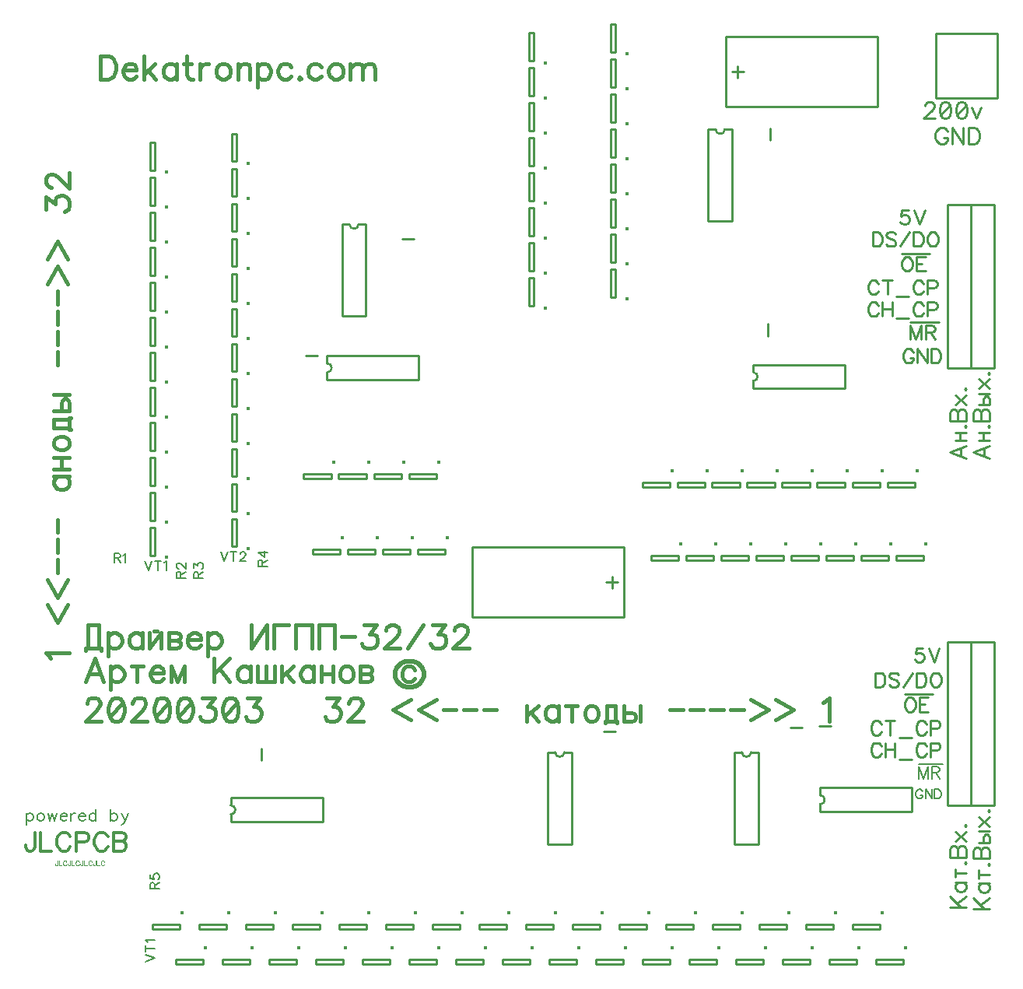
<source format=gbr>
G04 DipTrace 2.4.0.2*
%INTopMark.gbr*%
%MOMM*%
%ADD10C,0.25*%
%ADD12C,0.076*%
%ADD14C,0.5*%
%ADD23O,0.392X0.391*%
%ADD66C,0.196*%
%ADD67C,0.275*%
%ADD68C,0.235*%
%ADD69C,0.157*%
%ADD70C,0.314*%
%FSLAX53Y53*%
G04*
G71*
G90*
G75*
G01*
%LNTopSilk*%
%LPD*%
X66356Y46987D2*
D10*
Y45723D1*
X66997Y46355D2*
X65714D1*
X67637Y42545D2*
X51108D1*
Y50165D2*
Y42545D1*
X67637Y50165D2*
X51108D1*
X67637D2*
Y42545D1*
X80012Y101285D2*
Y102550D1*
X79370Y101918D2*
X80653D1*
X78731Y105728D2*
X95259D1*
Y98108D2*
Y105728D1*
X78731Y98108D2*
X95259D1*
X78731D2*
Y105728D1*
X34304Y71027D2*
X33006D1*
X83278Y74468D2*
Y73169D1*
X83566Y94444D2*
Y95743D1*
X44782Y83727D2*
X43483D1*
X85710Y30573D2*
X87010D1*
X28197Y28272D2*
Y26973D1*
X88888Y30734D2*
X90187D1*
X65391Y30097D2*
X66689D1*
X76805Y95645D2*
Y85645D1*
X79405Y95645D2*
Y85645D1*
X76805D2*
X79405D1*
X76805Y95645D2*
X77605D1*
X78605D2*
X79405D1*
X77605D2*
G03X78605Y95645I500J0D01*
G01*
X36960Y85327D2*
Y75328D1*
X39560Y85327D2*
Y75328D1*
X36960D2*
X39560D1*
X36960Y85327D2*
X37760D1*
X38760D2*
X39560D1*
X37760D2*
G03X38760Y85327I500J0D01*
G01*
X35323Y68392D2*
X45322D1*
X35323Y70993D2*
X45322D1*
Y68392D2*
Y70993D1*
X35323Y68392D2*
Y69192D1*
Y70193D2*
Y70993D1*
Y69192D2*
G03X35323Y70193I0J500D01*
G01*
X81678Y67440D2*
X91677D1*
X81678Y70040D2*
X91677D1*
Y67440D2*
Y70040D1*
X81678Y67440D2*
Y68240D1*
Y69240D2*
Y70040D1*
Y68240D2*
G03X81678Y69240I0J500D01*
G01*
X24847Y20290D2*
X34846D1*
X24847Y22890D2*
X34846D1*
Y20290D2*
Y22890D1*
X24847Y20290D2*
Y21090D1*
Y22090D2*
Y22890D1*
Y21090D2*
G03X24847Y22090I0J500D01*
G01*
X59344Y27860D2*
Y17860D1*
X61944Y27860D2*
Y17860D1*
X59344D2*
X61944D1*
X59344Y27860D2*
X60144D1*
X61144D2*
X61944D1*
X60144D2*
G03X61144Y27860I500J0D01*
G01*
X79664D2*
Y17860D1*
X82264Y27860D2*
Y17860D1*
X79664D2*
X82264D1*
X79664Y27860D2*
X80463D1*
X81464D2*
X82264D1*
X80463D2*
G03X81464Y27860I500J0D01*
G01*
X88980Y21402D2*
X98980D1*
X88980Y24003D2*
X98980D1*
Y21402D2*
Y24003D1*
X88980Y21402D2*
Y22202D1*
Y23203D2*
Y24003D1*
Y22202D2*
G03X88980Y23203I0J500D01*
G01*
D23*
X59103Y102889D3*
X57830Y103123D2*
D10*
Y106123D1*
X57330D1*
Y103123D1*
X57830D1*
D23*
X59103Y99079D3*
X57830Y99313D2*
D10*
Y102313D1*
X57330D1*
Y99313D1*
X57830D1*
D23*
X59103Y95269D3*
X57830Y95503D2*
D10*
Y98503D1*
X57330D1*
Y95503D1*
X57830D1*
D23*
X59103Y91459D3*
X57830Y91693D2*
D10*
Y94693D1*
X57330D1*
Y91693D1*
X57830D1*
D23*
X59103Y87649D3*
X57830Y87883D2*
D10*
Y90883D1*
X57330D1*
Y87883D1*
X57830D1*
D23*
X59103Y83839D3*
X57830Y84073D2*
D10*
Y87073D1*
X57330D1*
Y84073D1*
X57830D1*
D23*
X59103Y80029D3*
X57830Y80263D2*
D10*
Y83263D1*
X57330D1*
Y80263D1*
X57830D1*
D23*
X59101Y76222D3*
X57827Y76455D2*
D10*
Y79455D1*
X57327D1*
Y76455D1*
X57827D1*
D23*
X17836Y90974D3*
X16563Y91208D2*
D10*
Y94207D1*
X16062D1*
Y91208D1*
X16563D1*
D23*
X17836Y87164D3*
X16563Y87398D2*
D10*
Y90397D1*
X16062D1*
Y87398D1*
X16563D1*
D23*
X17836Y83354D3*
X16563Y83588D2*
D10*
Y86587D1*
X16062D1*
Y83588D1*
X16563D1*
D23*
X17836Y79544D3*
X16563Y79778D2*
D10*
Y82777D1*
X16062D1*
Y79778D1*
X16563D1*
D23*
X17836Y75734D3*
X16563Y75968D2*
D10*
Y78968D1*
X16062D1*
Y75968D1*
X16563D1*
D23*
X17836Y71924D3*
X16563Y72158D2*
D10*
Y75157D1*
X16062D1*
Y72158D1*
X16563D1*
D23*
X17836Y68114D3*
X16563Y68348D2*
D10*
Y71347D1*
X16062D1*
Y68348D1*
X16563D1*
D23*
X17836Y64304D3*
X16563Y64538D2*
D10*
Y67538D1*
X16062D1*
Y64538D1*
X16563D1*
D23*
X17836Y60494D3*
X16563Y60728D2*
D10*
Y63727D1*
X16062D1*
Y60728D1*
X16563D1*
D23*
X17836Y56684D3*
X16563Y56918D2*
D10*
Y59917D1*
X16062D1*
Y56918D1*
X16563D1*
D23*
X17836Y52874D3*
X16563Y53108D2*
D10*
Y56107D1*
X16062D1*
Y53108D1*
X16563D1*
D23*
X17836Y49064D3*
X16563Y49298D2*
D10*
Y52297D1*
X16062D1*
Y49298D1*
X16563D1*
D23*
X36979Y51174D3*
X36745Y49900D2*
D10*
X33745D1*
Y49400D1*
X36745D1*
Y49900D1*
D23*
X40789Y51174D3*
X40555Y49900D2*
D10*
X37555D1*
Y49400D1*
X40555D1*
Y49900D1*
D23*
X44599Y51174D3*
X44365Y49900D2*
D10*
X41365D1*
Y49400D1*
X44365D1*
Y49900D1*
D23*
X48409Y51174D3*
X48175Y49900D2*
D10*
X45175D1*
Y49400D1*
X48175D1*
Y49900D1*
D23*
X73809Y50539D3*
X73575Y49265D2*
D10*
X70575D1*
Y48765D1*
X73575D1*
Y49265D1*
D23*
X77619Y50539D3*
X77385Y49265D2*
D10*
X74385D1*
Y48765D1*
X77385D1*
Y49265D1*
D23*
X81429Y50539D3*
X81195Y49265D2*
D10*
X78195D1*
Y48765D1*
X81195D1*
Y49265D1*
D23*
X85239Y50539D3*
X85005Y49265D2*
D10*
X82005D1*
Y48765D1*
X85005D1*
Y49265D1*
D23*
X89049Y50539D3*
X88815Y49265D2*
D10*
X85815D1*
Y48765D1*
X88815D1*
Y49265D1*
D23*
X92859Y50539D3*
X92625Y49265D2*
D10*
X89625D1*
Y48765D1*
X92625D1*
Y49265D1*
D23*
X96669Y50539D3*
X96435Y49265D2*
D10*
X93435D1*
Y48765D1*
X96435D1*
Y49265D1*
D23*
X100479Y50539D3*
X100245Y49265D2*
D10*
X97245D1*
Y48765D1*
X100245D1*
Y49265D1*
D23*
X67993Y103842D3*
X66720Y104075D2*
D10*
Y107075D1*
X66220D1*
Y104075D1*
X66720D1*
D23*
X67993Y100032D3*
X66720Y100265D2*
D10*
Y103265D1*
X66220D1*
Y100265D1*
X66720D1*
D23*
X67993Y96222D3*
X66720Y96455D2*
D10*
Y99455D1*
X66220D1*
Y96455D1*
X66720D1*
D23*
X67993Y92412D3*
X66720Y92645D2*
D10*
Y95645D1*
X66220D1*
Y92645D1*
X66720D1*
D23*
X67993Y88602D3*
X66720Y88835D2*
D10*
Y91835D1*
X66220D1*
Y88835D1*
X66720D1*
D23*
X67993Y84792D3*
X66720Y85025D2*
D10*
Y88025D1*
X66220D1*
Y85025D1*
X66720D1*
D23*
X67993Y80982D3*
X66720Y81215D2*
D10*
Y84215D1*
X66220D1*
Y81215D1*
X66720D1*
D23*
X67991Y77174D3*
X66717Y77408D2*
D10*
Y80408D1*
X66217D1*
Y77408D1*
X66717D1*
D23*
X26726Y91926D3*
X25453Y92160D2*
D10*
Y95160D1*
X24952D1*
Y92160D1*
X25453D1*
D23*
X26726Y88116D3*
X25453Y88350D2*
D10*
Y91350D1*
X24952D1*
Y88350D1*
X25453D1*
D23*
X26726Y84306D3*
X25453Y84540D2*
D10*
Y87540D1*
X24952D1*
Y84540D1*
X25453D1*
D23*
X26726Y80496D3*
X25453Y80730D2*
D10*
Y83730D1*
X24952D1*
Y80730D1*
X25453D1*
D23*
X26726Y76686D3*
X25453Y76920D2*
D10*
Y79920D1*
X24952D1*
Y76920D1*
X25453D1*
D23*
X26726Y72876D3*
X25453Y73110D2*
D10*
Y76110D1*
X24952D1*
Y73110D1*
X25453D1*
D23*
X26726Y69066D3*
X25453Y69300D2*
D10*
Y72300D1*
X24952D1*
Y69300D1*
X25453D1*
D23*
X26726Y65256D3*
X25453Y65490D2*
D10*
Y68490D1*
X24952D1*
Y65490D1*
X25453D1*
D23*
X26726Y61446D3*
X25453Y61680D2*
D10*
Y64680D1*
X24952D1*
Y61680D1*
X25453D1*
D23*
X26726Y57636D3*
X25453Y57870D2*
D10*
Y60870D1*
X24952D1*
Y57870D1*
X25453D1*
D23*
X26726Y53826D3*
X25453Y54060D2*
D10*
Y57060D1*
X24952D1*
Y54060D1*
X25453D1*
D23*
X26726Y50016D3*
X25453Y50250D2*
D10*
Y53250D1*
X24952D1*
Y50250D1*
X25453D1*
D23*
X36026Y59429D3*
X35792Y58155D2*
D10*
X32792D1*
Y57655D1*
X35792D1*
Y58155D1*
D23*
X39836Y59429D3*
X39602Y58155D2*
D10*
X36602D1*
Y57655D1*
X39602D1*
Y58155D1*
D23*
X43646Y59429D3*
X43412Y58155D2*
D10*
X40413D1*
Y57655D1*
X43412D1*
Y58155D1*
D23*
X47456Y59429D3*
X47222Y58155D2*
D10*
X44223D1*
Y57655D1*
X47222D1*
Y58155D1*
D23*
X72856Y58476D3*
X72622Y57203D2*
D10*
X69623D1*
Y56702D1*
X72622D1*
Y57203D1*
D23*
X76666Y58476D3*
X76432Y57203D2*
D10*
X73433D1*
Y56702D1*
X76432D1*
Y57203D1*
D23*
X80476Y58476D3*
X80242Y57203D2*
D10*
X77242D1*
Y56702D1*
X80242D1*
Y57203D1*
D23*
X84286Y58476D3*
X84052Y57203D2*
D10*
X81052D1*
Y56702D1*
X84052D1*
Y57203D1*
D23*
X88096Y58476D3*
X87862Y57203D2*
D10*
X84862D1*
Y56702D1*
X87862D1*
Y57203D1*
D23*
X91906Y58476D3*
X91672Y57203D2*
D10*
X88672D1*
Y56702D1*
X91672D1*
Y57203D1*
D23*
X95716Y58476D3*
X95482Y57203D2*
D10*
X92483D1*
Y56702D1*
X95482D1*
Y57203D1*
D23*
X99526Y58476D3*
X99292Y57203D2*
D10*
X96293D1*
Y56702D1*
X99292D1*
Y57203D1*
D23*
X37297Y6564D3*
X37064Y5290D2*
D10*
X34064D1*
Y4790D1*
X37064D1*
Y5290D1*
D23*
X34757Y10374D3*
X34524Y9100D2*
D10*
X31524D1*
Y8600D1*
X34524D1*
Y9100D1*
D23*
X32217Y6564D3*
X31984Y5290D2*
D10*
X28984D1*
Y4790D1*
X31984D1*
Y5290D1*
D23*
X29677Y10374D3*
X29444Y9100D2*
D10*
X26444D1*
Y8600D1*
X29444D1*
Y9100D1*
D23*
X27137Y6564D3*
X26904Y5290D2*
D10*
X23904D1*
Y4790D1*
X26904D1*
Y5290D1*
D23*
X24597Y10374D3*
X24364Y9100D2*
D10*
X21364D1*
Y8600D1*
X24364D1*
Y9100D1*
D23*
X22057Y6564D3*
X21824Y5290D2*
D10*
X18824D1*
Y4790D1*
X21824D1*
Y5290D1*
D23*
X19517Y10374D3*
X19284Y9100D2*
D10*
X16284D1*
Y8600D1*
X19284D1*
Y9100D1*
D23*
X57617Y6564D3*
X57384Y5290D2*
D10*
X54384D1*
Y4790D1*
X57384D1*
Y5290D1*
D23*
X55077Y10374D3*
X54844Y9100D2*
D10*
X51844D1*
Y8600D1*
X54844D1*
Y9100D1*
D23*
X52537Y6564D3*
X52304Y5290D2*
D10*
X49304D1*
Y4790D1*
X52304D1*
Y5290D1*
D23*
X49997Y10374D3*
X49764Y9100D2*
D10*
X46764D1*
Y8600D1*
X49764D1*
Y9100D1*
D23*
X47457Y6564D3*
X47224Y5290D2*
D10*
X44224D1*
Y4790D1*
X47224D1*
Y5290D1*
D23*
X44917Y10374D3*
X44684Y9100D2*
D10*
X41684D1*
Y8600D1*
X44684D1*
Y9100D1*
D23*
X42377Y6564D3*
X42144Y5290D2*
D10*
X39144D1*
Y4790D1*
X42144D1*
Y5290D1*
D23*
X39837Y10374D3*
X39604Y9100D2*
D10*
X36604D1*
Y8600D1*
X39604D1*
Y9100D1*
D23*
X77937Y6564D3*
X77704Y5290D2*
D10*
X74704D1*
Y4790D1*
X77704D1*
Y5290D1*
D23*
X75397Y10374D3*
X75164Y9100D2*
D10*
X72164D1*
Y8600D1*
X75164D1*
Y9100D1*
D23*
X72857Y6564D3*
X72624Y5290D2*
D10*
X69624D1*
Y4790D1*
X72624D1*
Y5290D1*
D23*
X70317Y10374D3*
X70084Y9100D2*
D10*
X67084D1*
Y8600D1*
X70084D1*
Y9100D1*
D23*
X67777Y6564D3*
X67544Y5290D2*
D10*
X64544D1*
Y4790D1*
X67544D1*
Y5290D1*
D23*
X65237Y10374D3*
X65004Y9100D2*
D10*
X62004D1*
Y8600D1*
X65004D1*
Y9100D1*
D23*
X62697Y6564D3*
X62464Y5290D2*
D10*
X59464D1*
Y4790D1*
X62464D1*
Y5290D1*
D23*
X60157Y10374D3*
X59924Y9100D2*
D10*
X56924D1*
Y8600D1*
X59924D1*
Y9100D1*
D23*
X98258Y6564D3*
X98024Y5290D2*
D10*
X95024D1*
Y4790D1*
X98024D1*
Y5290D1*
D23*
X95717Y10374D3*
X95484Y9100D2*
D10*
X92484D1*
Y8600D1*
X95484D1*
Y9100D1*
D23*
X93177Y6564D3*
X92944Y5290D2*
D10*
X89944D1*
Y4790D1*
X92944D1*
Y5290D1*
D23*
X90637Y10374D3*
X90404Y9100D2*
D10*
X87404D1*
Y8600D1*
X90404D1*
Y9100D1*
D23*
X88097Y6564D3*
X87864Y5290D2*
D10*
X84864D1*
Y4790D1*
X87864D1*
Y5290D1*
D23*
X85557Y10374D3*
X85324Y9100D2*
D10*
X82324D1*
Y8600D1*
X85324D1*
Y9100D1*
D23*
X83017Y6564D3*
X82784Y5290D2*
D10*
X79784D1*
Y4790D1*
X82784D1*
Y5290D1*
D23*
X80477Y10374D3*
X80244Y9100D2*
D10*
X77244D1*
Y8600D1*
X80244D1*
Y9100D1*
X108268Y106034D2*
X101600D1*
Y99049D1*
X108268D1*
Y106034D1*
X105410Y87471D2*
X102870D1*
Y69691D1*
X105410D1*
Y87471D1*
X107950D2*
X105410D1*
Y69691D1*
X107950D1*
Y87471D1*
Y39846D2*
X105410D1*
Y22066D1*
X107950D1*
Y39846D1*
X105410D2*
X102870D1*
Y22066D1*
X105410D1*
Y39846D1*
X42704Y36354D2*
D14*
X42708Y36453D1*
X42719Y36553D1*
X42738Y36651D1*
X42765Y36748D1*
X42800Y36842D1*
X42841Y36935D1*
X42890Y37025D1*
X42945Y37111D1*
X43007Y37194D1*
X43075Y37272D1*
X43149Y37346D1*
X43229Y37416D1*
X43314Y37480D1*
X43404Y37538D1*
X43498Y37591D1*
X43595Y37638D1*
X43697Y37678D1*
X43801Y37713D1*
X43907Y37740D1*
X44016Y37761D1*
X44125Y37775D1*
X44236Y37782D1*
X44347D1*
X44457Y37775D1*
X44567Y37761D1*
X44675Y37740D1*
X44782Y37713D1*
X44886Y37678D1*
X44987Y37638D1*
X45085Y37591D1*
X45179Y37538D1*
X45269Y37480D1*
X45353Y37416D1*
X45433Y37346D1*
X45507Y37272D1*
X45576Y37194D1*
X45638Y37111D1*
X45693Y37025D1*
X45741Y36935D1*
X45783Y36842D1*
X45817Y36748D1*
X45844Y36651D1*
X45863Y36553D1*
X45875Y36453D1*
X45879Y36354D1*
X45875Y36254D1*
X45863Y36155D1*
X45844Y36057D1*
X45817Y35960D1*
X45783Y35865D1*
X45741Y35773D1*
X45693Y35683D1*
X45638Y35597D1*
X45576Y35514D1*
X45507Y35435D1*
X45433Y35361D1*
X45353Y35292D1*
X45269Y35228D1*
X45179Y35169D1*
X45085Y35116D1*
X44987Y35070D1*
X44886Y35029D1*
X44782Y34995D1*
X44675Y34967D1*
X44567Y34947D1*
X44457Y34933D1*
X44347Y34926D1*
X44236D1*
X44125Y34933D1*
X44016Y34947D1*
X43907Y34967D1*
X43801Y34995D1*
X43697Y35029D1*
X43595Y35070D1*
X43498Y35116D1*
X43404Y35169D1*
X43314Y35228D1*
X43229Y35292D1*
X43149Y35361D1*
X43075Y35435D1*
X43007Y35514D1*
X42945Y35597D1*
X42890Y35683D1*
X42841Y35773D1*
X42800Y35865D1*
X42765Y35960D1*
X42738Y36057D1*
X42719Y36155D1*
X42708Y36254D1*
X42704Y36354D1*
X9301Y41721D2*
D23*
Y39169D1*
X10498Y41721D2*
Y39169D1*
X9301Y41721D2*
X10498D1*
X9049Y39169D2*
X10750D1*
X9049D2*
Y38916D1*
X10750Y39169D2*
Y38916D1*
X11535Y40870D2*
Y38318D1*
Y40505D2*
X11776Y40747D1*
X12020Y40870D1*
X12385D1*
X12627Y40747D1*
X12871Y40505D1*
X12992Y40140D1*
Y39896D1*
X12871Y39534D1*
X12627Y39289D1*
X12385Y39169D1*
X12020D1*
X11776Y39289D1*
X11535Y39534D1*
X15233Y40870D2*
Y39169D1*
Y40505D2*
X14992Y40749D1*
X14747Y40870D1*
X14385D1*
X14141Y40749D1*
X13900Y40505D1*
X13776Y40140D1*
Y39899D1*
X13900Y39534D1*
X14141Y39292D1*
X14385Y39169D1*
X14747D1*
X14992Y39292D1*
X15233Y39534D1*
X16837Y41050D2*
X16458D1*
X16018Y40870D2*
Y39169D1*
X17292Y40870D2*
Y39169D1*
Y40870D2*
X16018Y39169D1*
X18077Y40870D2*
Y39169D1*
X18896D1*
X19172Y39250D1*
X19261Y39331D1*
X19351Y39491D1*
Y39736D1*
X19261Y39899D1*
X19172Y39980D1*
X18896Y40059D1*
X19172Y40143D1*
X19261Y40221D1*
X19351Y40384D1*
Y40547D1*
X19261Y40707D1*
X19172Y40789D1*
X18896Y40870D1*
X18077D1*
Y40059D2*
X18896D1*
X20136Y40140D2*
X21593D1*
Y40384D1*
X21472Y40629D1*
X21351Y40749D1*
X21107Y40870D1*
X20742D1*
X20501Y40749D1*
X20256Y40505D1*
X20136Y40140D1*
Y39899D1*
X20256Y39534D1*
X20501Y39292D1*
X20742Y39169D1*
X21107D1*
X21351Y39292D1*
X21593Y39534D1*
X22377Y40870D2*
Y38318D1*
Y40505D2*
X22619Y40747D1*
X22863Y40870D1*
X23228D1*
X23469Y40747D1*
X23714Y40505D1*
X23834Y40140D1*
Y39896D1*
X23714Y39534D1*
X23469Y39289D1*
X23228Y39169D1*
X22863D1*
X22619Y39289D1*
X22377Y39534D1*
X28789Y41721D2*
Y39169D1*
Y41721D2*
X27087Y39169D1*
Y41721D2*
Y39169D1*
X31154Y41721D2*
X29573D1*
Y39169D1*
X31938Y41721D2*
Y39169D1*
X33640Y41721D2*
Y39169D1*
X31938Y41721D2*
X33640D1*
X34424D2*
Y39169D1*
X36126Y41721D2*
Y39169D1*
X34424Y41721D2*
X36126D1*
X36910Y40443D2*
X38314D1*
X39342Y41718D2*
X40676D1*
X39949Y40747D1*
X40314D1*
X40555Y40626D1*
X40676Y40505D1*
X40799Y40140D1*
Y39899D1*
X40676Y39534D1*
X40434Y39289D1*
X40069Y39169D1*
X39704D1*
X39342Y39289D1*
X39222Y39413D1*
X39098Y39654D1*
X41707Y41112D2*
Y41232D1*
X41828Y41477D1*
X41949Y41597D1*
X42193Y41718D1*
X42679D1*
X42920Y41597D1*
X43041Y41477D1*
X43165Y41232D1*
Y40991D1*
X43041Y40747D1*
X42800Y40384D1*
X41584Y39169D1*
X43285D1*
X44070D2*
X45771Y41718D1*
X46800D2*
X48133D1*
X47406Y40747D1*
X47771D1*
X48013Y40626D1*
X48133Y40505D1*
X48257Y40140D1*
Y39899D1*
X48133Y39534D1*
X47892Y39289D1*
X47527Y39169D1*
X47162D1*
X46800Y39289D1*
X46679Y39413D1*
X46555Y39654D1*
X49165Y41112D2*
Y41232D1*
X49285Y41477D1*
X49406Y41597D1*
X49650Y41718D1*
X50136D1*
X50378Y41597D1*
X50498Y41477D1*
X50622Y41232D1*
Y40991D1*
X50498Y40747D1*
X50257Y40384D1*
X49041Y39169D1*
X50743D1*
X102817Y95371D2*
D67*
X102732Y95540D1*
X102561Y95711D1*
X102392Y95796D1*
X102052D1*
X101881Y95711D1*
X101712Y95540D1*
X101626Y95371D1*
X101541Y95115D1*
Y94689D1*
X101626Y94435D1*
X101712Y94264D1*
X101881Y94095D1*
X102052Y94009D1*
X102392D1*
X102561Y94095D1*
X102732Y94264D1*
X102817Y94435D1*
Y94689D1*
X102392D1*
X104557Y95796D2*
Y94009D1*
X103366Y95796D1*
Y94009D1*
X105106Y95796D2*
Y94009D1*
X105701D1*
X105957Y94095D1*
X106128Y94264D1*
X106212Y94435D1*
X106297Y94689D1*
Y95115D1*
X106212Y95371D1*
X106128Y95540D1*
X105957Y95711D1*
X105701Y95796D1*
X105106D1*
X10995Y35517D2*
D23*
X10020Y38070D1*
X9049Y35517D1*
X9414Y36368D2*
X10630D1*
X11779Y37219D2*
Y34667D1*
Y36854D2*
X12020Y37095D1*
X12265Y37219D1*
X12630D1*
X12871Y37095D1*
X13115Y36854D1*
X13236Y36489D1*
Y36245D1*
X13115Y35882D1*
X12871Y35638D1*
X12630Y35517D1*
X12265D1*
X12020Y35638D1*
X11779Y35882D1*
X14658Y37219D2*
Y35517D1*
X14020Y37219D2*
X15295D1*
X16079Y36489D2*
X17537D1*
Y36733D1*
X17416Y36977D1*
X17295Y37098D1*
X17051Y37219D1*
X16686D1*
X16444Y37098D1*
X16200Y36854D1*
X16079Y36489D1*
Y36247D1*
X16200Y35882D1*
X16444Y35641D1*
X16686Y35517D1*
X17051D1*
X17295Y35641D1*
X17537Y35882D1*
X19775Y35517D2*
Y37219D1*
X19048Y35517D1*
X18321Y37219D1*
Y35517D1*
X23028Y38070D2*
Y35517D1*
X24730Y38070D2*
X23028Y36368D1*
X23635Y36977D2*
X24730Y35517D1*
X26971Y37219D2*
Y35517D1*
Y36854D2*
X26730Y37098D1*
X26486Y37219D1*
X26124D1*
X25879Y37098D1*
X25638Y36854D1*
X25514Y36489D1*
Y36247D1*
X25638Y35882D1*
X25879Y35641D1*
X26124Y35517D1*
X26486D1*
X26730Y35641D1*
X26971Y35882D1*
X27756Y35517D2*
Y37219D1*
X29578D2*
Y35517D1*
X28665Y37219D2*
Y35517D1*
X27756D2*
X29578D1*
X30362Y37219D2*
Y35517D1*
X31637Y37219D2*
X30362Y36085D1*
X30817Y36492D2*
X31637Y35517D1*
X33878Y37219D2*
Y35517D1*
Y36854D2*
X33637Y37098D1*
X33393Y37219D1*
X33031D1*
X32786Y37098D1*
X32545Y36854D1*
X32421Y36489D1*
Y36247D1*
X32545Y35882D1*
X32786Y35641D1*
X33031Y35517D1*
X33393D1*
X33637Y35641D1*
X33878Y35882D1*
X34663Y37219D2*
Y35517D1*
X35937Y37219D2*
Y35517D1*
X34663Y36407D2*
X35937D1*
X37269Y37219D2*
X37087Y37137D1*
X36904Y36975D1*
X36812Y36815D1*
X36722Y36570D1*
Y36166D1*
X36812Y35924D1*
X36904Y35762D1*
X37087Y35599D1*
X37269Y35517D1*
X37631D1*
X37814Y35599D1*
X37996Y35762D1*
X38086Y35924D1*
X38176Y36166D1*
Y36570D1*
X38086Y36815D1*
X37996Y36975D1*
X37814Y37137D1*
X37631Y37219D1*
X37269D1*
X38960D2*
Y35517D1*
X39780D1*
X40055Y35599D1*
X40145Y35680D1*
X40235Y35840D1*
Y36085D1*
X40145Y36247D1*
X40055Y36329D1*
X39780Y36407D1*
X40055Y36492D1*
X40145Y36570D1*
X40235Y36733D1*
Y36896D1*
X40145Y37056D1*
X40055Y37137D1*
X39780Y37219D1*
X38960D1*
Y36407D2*
X39780D1*
X44853Y36815D2*
X44763Y36975D1*
X44581Y37137D1*
X44398Y37219D1*
X44036D1*
X43853Y37137D1*
X43671Y36975D1*
X43578Y36815D1*
X43488Y36570D1*
Y36166D1*
X43578Y35924D1*
X43671Y35762D1*
X43853Y35599D1*
X44036Y35517D1*
X44398D1*
X44581Y35599D1*
X44763Y35762D1*
X44853Y35924D1*
X9172Y33174D2*
Y33295D1*
X9293Y33539D1*
X9414Y33660D1*
X9658Y33781D1*
X10144D1*
X10385Y33660D1*
X10506Y33539D1*
X10630Y33295D1*
Y33053D1*
X10506Y32809D1*
X10265Y32447D1*
X9049Y31231D1*
X10750D1*
X12265Y33781D2*
X11900Y33660D1*
X11655Y33295D1*
X11535Y32688D1*
Y32323D1*
X11655Y31717D1*
X11900Y31352D1*
X12265Y31231D1*
X12506D1*
X12871Y31352D1*
X13112Y31717D1*
X13236Y32323D1*
Y32688D1*
X13112Y33295D1*
X12871Y33660D1*
X12506Y33781D1*
X12265D1*
X13112Y33295D2*
X11655Y31717D1*
X14144Y33174D2*
Y33295D1*
X14265Y33539D1*
X14385Y33660D1*
X14630Y33781D1*
X15115D1*
X15357Y33660D1*
X15478Y33539D1*
X15601Y33295D1*
Y33053D1*
X15478Y32809D1*
X15236Y32447D1*
X14020Y31231D1*
X15722D1*
X17236Y33781D2*
X16871Y33660D1*
X16627Y33295D1*
X16506Y32688D1*
Y32323D1*
X16627Y31717D1*
X16871Y31352D1*
X17236Y31231D1*
X17478D1*
X17843Y31352D1*
X18084Y31717D1*
X18208Y32323D1*
Y32688D1*
X18084Y33295D1*
X17843Y33660D1*
X17478Y33781D1*
X17236D1*
X18084Y33295D2*
X16627Y31717D1*
X19722Y33781D2*
X19357Y33660D1*
X19113Y33295D1*
X18992Y32688D1*
Y32323D1*
X19113Y31717D1*
X19357Y31352D1*
X19722Y31231D1*
X19963D1*
X20328Y31352D1*
X20570Y31717D1*
X20693Y32323D1*
Y32688D1*
X20570Y33295D1*
X20328Y33660D1*
X19963Y33781D1*
X19722D1*
X20570Y33295D2*
X19113Y31717D1*
X21722Y33781D2*
X23056D1*
X22328Y32809D1*
X22693D1*
X22935Y32688D1*
X23056Y32568D1*
X23179Y32203D1*
Y31961D1*
X23056Y31596D1*
X22814Y31352D1*
X22449Y31231D1*
X22084D1*
X21722Y31352D1*
X21601Y31475D1*
X21478Y31717D1*
X24693Y33781D2*
X24328Y33660D1*
X24084Y33295D1*
X23963Y32688D1*
Y32323D1*
X24084Y31717D1*
X24328Y31352D1*
X24693Y31231D1*
X24935D1*
X25300Y31352D1*
X25541Y31717D1*
X25665Y32323D1*
Y32688D1*
X25541Y33295D1*
X25300Y33660D1*
X24935Y33781D1*
X24693D1*
X25541Y33295D2*
X24084Y31717D1*
X26693Y33781D2*
X28027D1*
X27300Y32809D1*
X27665D1*
X27906Y32688D1*
X28027Y32568D1*
X28151Y32203D1*
Y31961D1*
X28027Y31596D1*
X27786Y31352D1*
X27421Y31231D1*
X27056D1*
X26693Y31352D1*
X26573Y31475D1*
X26449Y31717D1*
X5221Y38099D2*
X5097Y38343D1*
X4735Y38708D1*
X7284D1*
X4916Y43905D2*
X6011Y41962D1*
X7103Y43905D1*
X4916Y46632D2*
X6011Y44689D1*
X7103Y46632D1*
X6010Y47416D2*
Y48820D1*
Y49604D2*
Y51008D1*
Y51792D2*
Y53196D1*
X5583Y57907D2*
X7284D1*
X5948D2*
X5704Y57665D1*
X5583Y57421D1*
Y57059D1*
X5704Y56815D1*
X5948Y56573D1*
X6313Y56450D1*
X6554D1*
X6919Y56573D1*
X7161Y56815D1*
X7284Y57059D1*
Y57421D1*
X7161Y57665D1*
X6919Y57907D1*
X5583Y58691D2*
X7284D1*
X5583Y59966D2*
X7284D1*
X6394Y58691D2*
Y59966D1*
X5583Y61298D2*
X5664Y61115D1*
X5827Y60933D1*
X5987Y60840D1*
X6232Y60750D1*
X6636D1*
X6877Y60840D1*
X7040Y60933D1*
X7203Y61115D1*
X7284Y61298D1*
Y61660D1*
X7203Y61842D1*
X7040Y62025D1*
X6877Y62115D1*
X6636Y62204D1*
X6232D1*
X5987Y62115D1*
X5827Y62025D1*
X5664Y61842D1*
X5583Y61660D1*
Y61298D1*
Y63177D2*
X7284D1*
X5583Y64075D2*
X7284D1*
X5583Y63177D2*
Y64075D1*
X7284Y62989D2*
Y64263D1*
Y62989D2*
X7453D1*
X7284Y64263D2*
X7453D1*
X6394Y65048D2*
Y65868D1*
X6473Y66140D1*
X6557Y66233D1*
X6717Y66322D1*
X6962D1*
X7122Y66233D1*
X7203Y66140D1*
X7284Y65868D1*
Y65048D1*
X5583D1*
X7284Y66791D2*
X5583D1*
X6010Y70045D2*
Y71448D1*
Y72233D2*
Y73637D1*
Y74421D2*
Y75825D1*
Y76609D2*
Y78013D1*
X4916Y78797D2*
X6011Y80740D1*
X7103Y78797D1*
X4916Y81524D2*
X6011Y83467D1*
X7103Y81524D1*
X4735Y86965D2*
Y88299D1*
X5707Y87571D1*
Y87936D1*
X5827Y88178D1*
X5948Y88299D1*
X6313Y88422D1*
X6554D1*
X6919Y88299D1*
X7164Y88057D1*
X7284Y87692D1*
Y87327D1*
X7164Y86965D1*
X7040Y86844D1*
X6799Y86721D1*
X5342Y89330D2*
X5221D1*
X4977Y89451D1*
X4856Y89571D1*
X4735Y89816D1*
Y90301D1*
X4856Y90543D1*
X4977Y90664D1*
X5221Y90787D1*
X5462D1*
X5707Y90664D1*
X6069Y90422D1*
X7284Y89206D1*
Y90908D1*
X35328Y33780D2*
X36662D1*
X35935Y32809D1*
X36300D1*
X36541Y32688D1*
X36662Y32568D1*
X36785Y32203D1*
Y31961D1*
X36662Y31596D1*
X36420Y31352D1*
X36055Y31231D1*
X35690D1*
X35328Y31352D1*
X35207Y31475D1*
X35084Y31717D1*
X37693Y33174D2*
Y33295D1*
X37814Y33539D1*
X37935Y33660D1*
X38179Y33780D1*
X38665D1*
X38906Y33660D1*
X39027Y33539D1*
X39150Y33295D1*
Y33053D1*
X39027Y32809D1*
X38785Y32447D1*
X37570Y31231D1*
X39271D1*
X44467Y33599D2*
X42524Y32504D1*
X44467Y31412D1*
X47194Y33599D2*
X45251Y32504D1*
X47194Y31412D1*
X47979Y32506D2*
X49383D1*
X50167D2*
X51571D1*
X52355D2*
X53759D1*
X57012Y32933D2*
Y31231D1*
X58287Y32933D2*
X57012Y31798D1*
X57467Y32205D2*
X58287Y31231D1*
X60528Y32933D2*
Y31231D1*
Y32568D2*
X60287Y32812D1*
X60043Y32933D1*
X59680D1*
X59436Y32812D1*
X59195Y32568D1*
X59071Y32203D1*
Y31961D1*
X59195Y31596D1*
X59436Y31355D1*
X59680Y31231D1*
X60043D1*
X60287Y31355D1*
X60528Y31596D1*
X61950Y32933D2*
Y31231D1*
X61313Y32933D2*
X62587D1*
X63919D2*
X63737Y32851D1*
X63554Y32688D1*
X63462Y32528D1*
X63372Y32284D1*
Y31880D1*
X63462Y31638D1*
X63554Y31475D1*
X63737Y31313D1*
X63919Y31231D1*
X64281D1*
X64464Y31313D1*
X64646Y31475D1*
X64736Y31638D1*
X64826Y31880D1*
Y32284D1*
X64736Y32528D1*
X64646Y32688D1*
X64464Y32851D1*
X64281Y32933D1*
X63919D1*
X65798D2*
Y31231D1*
X66697Y32933D2*
Y31231D1*
X65798Y32933D2*
X66697D1*
X65610Y31231D2*
X66885D1*
X65610D2*
Y31063D1*
X66885Y31231D2*
Y31063D1*
X67669Y32121D2*
X68489D1*
X68762Y32043D1*
X68854Y31958D1*
X68944Y31798D1*
Y31554D1*
X68854Y31394D1*
X68762Y31313D1*
X68489Y31231D1*
X67669D1*
Y32933D1*
X69413Y31231D2*
Y32933D1*
X72666Y32506D2*
X74070D1*
X74854D2*
X76258D1*
X77043D2*
X78446D1*
X79231D2*
X80635D1*
X81419Y33599D2*
X83362Y32504D1*
X81419Y31412D1*
X84146Y33599D2*
X86089Y32504D1*
X84146Y31412D1*
X89342Y33295D2*
X89586Y33418D1*
X89951Y33780D1*
Y31231D1*
X100358Y98227D2*
D67*
Y98311D1*
X100442Y98482D1*
X100527Y98567D1*
X100698Y98651D1*
X101038D1*
X101207Y98567D1*
X101291Y98482D1*
X101378Y98311D1*
Y98142D1*
X101291Y97971D1*
X101122Y97717D1*
X100271Y96866D1*
X101462D1*
X102522Y98651D2*
X102267Y98567D1*
X102096Y98311D1*
X102011Y97887D1*
Y97631D1*
X102096Y97206D1*
X102267Y96951D1*
X102522Y96866D1*
X102691D1*
X102947Y96951D1*
X103116Y97206D1*
X103202Y97631D1*
Y97887D1*
X103116Y98311D1*
X102947Y98567D1*
X102691Y98651D1*
X102522D1*
X103116Y98311D2*
X102096Y97206D1*
X104262Y98651D2*
X104007Y98567D1*
X103836Y98311D1*
X103751Y97887D1*
Y97631D1*
X103836Y97206D1*
X104007Y96951D1*
X104262Y96866D1*
X104431D1*
X104687Y96951D1*
X104856Y97206D1*
X104942Y97631D1*
Y97887D1*
X104856Y98311D1*
X104687Y98567D1*
X104431Y98651D1*
X104262D1*
X104856Y98311D2*
X103836Y97206D1*
X105491Y98058D2*
X106002Y96866D1*
X106511Y98058D1*
X99122Y71388D2*
D68*
X99050Y71533D1*
X98903Y71679D1*
X98759Y71752D1*
X98467D1*
X98321Y71679D1*
X98176Y71533D1*
X98102Y71388D1*
X98029Y71169D1*
Y70803D1*
X98102Y70586D1*
X98176Y70439D1*
X98321Y70294D1*
X98467Y70220D1*
X98759D1*
X98903Y70294D1*
X99050Y70439D1*
X99122Y70586D1*
Y70803D1*
X98759D1*
X100614Y71752D2*
Y70220D1*
X99593Y71752D1*
Y70220D1*
X101084Y71752D2*
Y70220D1*
X101595D1*
X101814Y70294D1*
X101960Y70439D1*
X102033Y70586D1*
X102105Y70803D1*
Y71169D1*
X102033Y71388D1*
X101960Y71533D1*
X101814Y71679D1*
X101595Y71752D1*
X101084D1*
X99989Y72760D2*
Y74292D1*
X99406Y72760D1*
X98823Y74292D1*
Y72760D1*
X100459Y73562D2*
X101115D1*
X101334Y73636D1*
X101408Y73709D1*
X101480Y73854D1*
Y74000D1*
X101408Y74145D1*
X101334Y74219D1*
X101115Y74292D1*
X100459D1*
Y72760D1*
X100970Y73562D2*
X101480Y72760D1*
X98823Y74691D2*
X101951D1*
X95312Y76468D2*
X95240Y76613D1*
X95093Y76759D1*
X94949Y76832D1*
X94657D1*
X94511Y76759D1*
X94366Y76613D1*
X94292Y76468D1*
X94219Y76249D1*
Y75883D1*
X94292Y75666D1*
X94366Y75519D1*
X94511Y75374D1*
X94657Y75300D1*
X94949D1*
X95093Y75374D1*
X95240Y75519D1*
X95312Y75666D1*
X95783Y76832D2*
Y75300D1*
X96804Y76832D2*
Y75300D1*
X95783Y76102D2*
X96804D1*
X97274Y75048D2*
X98659D1*
X100223Y76468D2*
X100151Y76613D1*
X100004Y76759D1*
X99859Y76832D1*
X99568D1*
X99421Y76759D1*
X99276Y76613D1*
X99202Y76468D1*
X99130Y76249D1*
Y75883D1*
X99202Y75666D1*
X99276Y75519D1*
X99421Y75374D1*
X99568Y75300D1*
X99859D1*
X100004Y75374D1*
X100151Y75519D1*
X100223Y75666D1*
X100694Y76030D2*
X101351D1*
X101568Y76102D1*
X101642Y76176D1*
X101715Y76321D1*
Y76540D1*
X101642Y76685D1*
X101568Y76759D1*
X101351Y76832D1*
X100694D1*
Y75300D1*
X95312Y78849D2*
X95240Y78994D1*
X95093Y79140D1*
X94949Y79213D1*
X94657D1*
X94511Y79140D1*
X94366Y78994D1*
X94292Y78849D1*
X94219Y78630D1*
Y78264D1*
X94292Y78047D1*
X94366Y77901D1*
X94511Y77756D1*
X94657Y77682D1*
X94949D1*
X95093Y77756D1*
X95240Y77901D1*
X95312Y78047D1*
X96293Y79213D2*
Y77682D1*
X95783Y79213D2*
X96804D1*
X97274Y77429D2*
X98659D1*
X100223Y78849D2*
X100151Y78994D1*
X100004Y79140D1*
X99859Y79213D1*
X99568D1*
X99421Y79140D1*
X99276Y78994D1*
X99202Y78849D1*
X99130Y78630D1*
Y78264D1*
X99202Y78047D1*
X99276Y77901D1*
X99421Y77756D1*
X99568Y77682D1*
X99859D1*
X100004Y77756D1*
X100151Y77901D1*
X100223Y78047D1*
X100694Y78411D2*
X101351D1*
X101568Y78483D1*
X101642Y78558D1*
X101715Y78702D1*
Y78921D1*
X101642Y79066D1*
X101568Y79140D1*
X101351Y79213D1*
X100694D1*
Y77682D1*
X98308Y81753D2*
X98162Y81680D1*
X98017Y81534D1*
X97943Y81389D1*
X97870Y81170D1*
Y80804D1*
X97943Y80587D1*
X98017Y80441D1*
X98162Y80296D1*
X98308Y80222D1*
X98600D1*
X98745Y80296D1*
X98891Y80441D1*
X98964Y80587D1*
X99036Y80804D1*
Y81170D1*
X98964Y81389D1*
X98891Y81534D1*
X98745Y81680D1*
X98600Y81753D1*
X98308D1*
X100453D2*
X99507D1*
Y80222D1*
X100453D1*
X99507Y81023D2*
X100090D1*
X97870Y82152D2*
X100924D1*
X94695Y84452D2*
Y82920D1*
X95206D1*
X95425Y82994D1*
X95571Y83139D1*
X95644Y83286D1*
X95716Y83503D1*
Y83869D1*
X95644Y84088D1*
X95571Y84233D1*
X95425Y84379D1*
X95206Y84452D1*
X94695D1*
X97208Y84233D2*
X97063Y84379D1*
X96844Y84452D1*
X96552D1*
X96333Y84379D1*
X96187Y84233D1*
Y84088D1*
X96261Y83941D1*
X96333Y83869D1*
X96478Y83796D1*
X96916Y83650D1*
X97063Y83577D1*
X97135Y83503D1*
X97208Y83358D1*
Y83139D1*
X97063Y82994D1*
X96844Y82920D1*
X96552D1*
X96333Y82994D1*
X96187Y83139D1*
X97678Y82920D2*
X98699Y84450D1*
X99170Y84452D2*
Y82920D1*
X99680D1*
X99899Y82994D1*
X100046Y83139D1*
X100118Y83286D1*
X100191Y83503D1*
Y83869D1*
X100118Y84088D1*
X100046Y84233D1*
X99899Y84379D1*
X99680Y84452D1*
X99170D1*
X101099D2*
X100953Y84379D1*
X100808Y84233D1*
X100734Y84088D1*
X100661Y83869D1*
Y83503D1*
X100734Y83286D1*
X100808Y83139D1*
X100953Y82994D1*
X101099Y82920D1*
X101391D1*
X101535Y82994D1*
X101682Y83139D1*
X101754Y83286D1*
X101827Y83503D1*
Y83869D1*
X101754Y84088D1*
X101682Y84233D1*
X101535Y84379D1*
X101391Y84452D1*
X101099D1*
X98586Y86831D2*
X97858D1*
X97786Y86176D1*
X97858Y86248D1*
X98077Y86322D1*
X98294D1*
X98513Y86248D1*
X98660Y86103D1*
X98732Y85884D1*
Y85740D1*
X98660Y85521D1*
X98513Y85374D1*
X98294Y85302D1*
X98077D1*
X97858Y85374D1*
X97786Y85448D1*
X97712Y85593D1*
X99203Y86833D2*
X99786Y85302D1*
X100369Y86833D1*
X100148Y23580D2*
D69*
X100099Y23677D1*
X100002Y23774D1*
X99905Y23823D1*
X99711D1*
X99613Y23774D1*
X99516Y23677D1*
X99467Y23580D1*
X99419Y23434D1*
Y23190D1*
X99467Y23046D1*
X99516Y22948D1*
X99613Y22851D1*
X99711Y22802D1*
X99905D1*
X100002Y22851D1*
X100099Y22948D1*
X100148Y23046D1*
Y23190D1*
X99905D1*
X101142Y23823D2*
Y22802D1*
X100461Y23823D1*
Y22802D1*
X101456Y23823D2*
Y22802D1*
X101796D1*
X101942Y22851D1*
X102040Y22948D1*
X102088Y23046D1*
X102136Y23190D1*
Y23434D1*
X102088Y23580D1*
X102040Y23677D1*
X101942Y23774D1*
X101796Y23823D1*
X101456D1*
X100727Y25000D2*
D66*
Y26277D1*
X100241Y25000D1*
X99756Y26277D1*
Y25000D1*
X101119Y25669D2*
X101665D1*
X101848Y25730D1*
X101910Y25791D1*
X101970Y25912D1*
Y26034D1*
X101910Y26154D1*
X101848Y26216D1*
X101665Y26277D1*
X101119D1*
Y25000D1*
X101545Y25669D2*
X101970Y25000D1*
X99756Y26609D2*
X102362D1*
X95630Y28525D2*
D68*
X95557Y28670D1*
X95411Y28817D1*
X95266Y28889D1*
X94975D1*
X94828Y28817D1*
X94683Y28670D1*
X94609Y28525D1*
X94537Y28306D1*
Y27941D1*
X94609Y27723D1*
X94683Y27577D1*
X94828Y27432D1*
X94975Y27358D1*
X95266D1*
X95411Y27432D1*
X95557Y27577D1*
X95630Y27723D1*
X96100Y28889D2*
Y27358D1*
X97121Y28889D2*
Y27358D1*
X96100Y28160D2*
X97121D1*
X97592Y27105D2*
X98977D1*
X100541Y28525D2*
X100468Y28670D1*
X100322Y28817D1*
X100177Y28889D1*
X99885D1*
X99739Y28817D1*
X99594Y28670D1*
X99520Y28525D1*
X99447Y28306D1*
Y27941D1*
X99520Y27723D1*
X99594Y27577D1*
X99739Y27432D1*
X99885Y27358D1*
X100177D1*
X100322Y27432D1*
X100468Y27577D1*
X100541Y27723D1*
X101011Y28087D2*
X101668D1*
X101886Y28160D1*
X101960Y28234D1*
X102032Y28379D1*
Y28598D1*
X101960Y28743D1*
X101886Y28817D1*
X101668Y28889D1*
X101011D1*
Y27358D1*
X95630Y30907D2*
X95557Y31051D1*
X95411Y31198D1*
X95266Y31270D1*
X94975D1*
X94828Y31198D1*
X94683Y31051D1*
X94609Y30907D1*
X94537Y30688D1*
Y30322D1*
X94609Y30105D1*
X94683Y29958D1*
X94828Y29813D1*
X94975Y29739D1*
X95266D1*
X95411Y29813D1*
X95557Y29958D1*
X95630Y30105D1*
X96611Y31270D2*
Y29739D1*
X96100Y31270D2*
X97121D1*
X97592Y29486D2*
X98977D1*
X100541Y30907D2*
X100468Y31051D1*
X100322Y31198D1*
X100177Y31270D1*
X99885D1*
X99739Y31198D1*
X99594Y31051D1*
X99520Y30907D1*
X99447Y30688D1*
Y30322D1*
X99520Y30105D1*
X99594Y29958D1*
X99739Y29813D1*
X99885Y29739D1*
X100177D1*
X100322Y29813D1*
X100468Y29958D1*
X100541Y30105D1*
X101011Y30469D2*
X101668D1*
X101886Y30541D1*
X101960Y30615D1*
X102032Y30760D1*
Y30979D1*
X101960Y31124D1*
X101886Y31198D1*
X101668Y31270D1*
X101011D1*
Y29739D1*
X98626Y33810D2*
X98479Y33738D1*
X98334Y33591D1*
X98260Y33447D1*
X98188Y33228D1*
Y32862D1*
X98260Y32645D1*
X98334Y32498D1*
X98479Y32353D1*
X98626Y32279D1*
X98917D1*
X99062Y32353D1*
X99209Y32498D1*
X99281Y32645D1*
X99354Y32862D1*
Y33228D1*
X99281Y33447D1*
X99209Y33591D1*
X99062Y33738D1*
X98917Y33810D1*
X98626D1*
X100771D2*
X99824D1*
Y32279D1*
X100771D1*
X99824Y33081D2*
X100407D1*
X98188Y34210D2*
X101242D1*
X95013Y36509D2*
Y34978D1*
X95523D1*
X95742Y35052D1*
X95889Y35197D1*
X95961Y35343D1*
X96034Y35561D1*
Y35926D1*
X95961Y36145D1*
X95889Y36290D1*
X95742Y36437D1*
X95523Y36509D1*
X95013D1*
X97525Y36290D2*
X97380Y36437D1*
X97161Y36509D1*
X96870D1*
X96651Y36437D1*
X96504Y36290D1*
Y36145D1*
X96578Y35999D1*
X96651Y35926D1*
X96796Y35854D1*
X97234Y35707D1*
X97380Y35635D1*
X97453Y35561D1*
X97525Y35416D1*
Y35197D1*
X97380Y35052D1*
X97161Y34978D1*
X96870D1*
X96651Y35052D1*
X96504Y35197D1*
X97996Y34978D2*
X99017Y36507D1*
X99487Y36509D2*
Y34978D1*
X99998D1*
X100217Y35052D1*
X100363Y35197D1*
X100436Y35343D1*
X100508Y35561D1*
Y35926D1*
X100436Y36145D1*
X100363Y36290D1*
X100217Y36437D1*
X99998Y36509D1*
X99487D1*
X101417D2*
X101270Y36437D1*
X101125Y36290D1*
X101051Y36145D1*
X100979Y35926D1*
Y35561D1*
X101051Y35343D1*
X101125Y35197D1*
X101270Y35052D1*
X101417Y34978D1*
X101708D1*
X101853Y35052D1*
X102000Y35197D1*
X102072Y35343D1*
X102144Y35561D1*
Y35926D1*
X102072Y36145D1*
X102000Y36290D1*
X101853Y36437D1*
X101708Y36509D1*
X101417D1*
X100173Y39206D2*
X99446D1*
X99373Y38551D1*
X99446Y38623D1*
X99665Y38697D1*
X99882D1*
X100101Y38623D1*
X100248Y38478D1*
X100320Y38259D1*
Y38115D1*
X100248Y37896D1*
X100101Y37749D1*
X99882Y37677D1*
X99665D1*
X99446Y37749D1*
X99373Y37823D1*
X99299Y37968D1*
X100791Y39208D2*
X101373Y37677D1*
X101956Y39208D1*
X16555Y13002D2*
D69*
Y13439D1*
X16505Y13585D1*
X16457Y13635D1*
X16360Y13683D1*
X16263D1*
X16166Y13635D1*
X16117Y13585D1*
X16068Y13439D1*
Y13002D1*
X17089D1*
X16555Y13343D2*
X17089Y13683D1*
X16069Y14580D2*
Y14094D1*
X16506Y14046D1*
X16458Y14094D1*
X16409Y14240D1*
Y14385D1*
X16458Y14531D1*
X16555Y14629D1*
X16701Y14677D1*
X16797D1*
X16943Y14629D1*
X17041Y14531D1*
X17089Y14385D1*
Y14240D1*
X17041Y14094D1*
X16991Y14046D1*
X16895Y13997D1*
X15592Y5065D2*
X16613Y5453D1*
X15592Y5842D1*
Y6496D2*
X16613D1*
X15592Y6156D2*
Y6836D1*
X15787Y7150D2*
X15738Y7248D1*
X15593Y7394D1*
X16613D1*
X12151Y49009D2*
X12588D1*
X12734Y49058D1*
X12783Y49107D1*
X12832Y49203D1*
Y49301D1*
X12783Y49397D1*
X12734Y49447D1*
X12588Y49495D1*
X12151D1*
Y48474D1*
X12491Y49009D2*
X12832Y48474D1*
X13146Y49300D2*
X13243Y49349D1*
X13389Y49494D1*
Y48474D1*
X19412Y46816D2*
Y47253D1*
X19363Y47399D1*
X19314Y47448D1*
X19218Y47497D1*
X19120D1*
X19023Y47448D1*
X18974Y47399D1*
X18926Y47253D1*
Y46816D1*
X19947D1*
X19412Y47156D2*
X19947Y47497D1*
X19169Y47860D2*
X19121D1*
X19023Y47908D1*
X18975Y47956D1*
X18927Y48054D1*
Y48248D1*
X18975Y48345D1*
X19023Y48393D1*
X19121Y48443D1*
X19218D1*
X19315Y48393D1*
X19460Y48297D1*
X19947Y47810D1*
Y48491D1*
X21317Y46816D2*
Y47253D1*
X21268Y47399D1*
X21219Y47448D1*
X21123Y47497D1*
X21025D1*
X20928Y47448D1*
X20879Y47399D1*
X20831Y47253D1*
Y46816D1*
X21852D1*
X21317Y47156D2*
X21852Y47497D1*
X20832Y47908D2*
Y48442D1*
X21220Y48151D1*
Y48297D1*
X21269Y48393D1*
X21317Y48442D1*
X21463Y48491D1*
X21560D1*
X21706Y48442D1*
X21803Y48345D1*
X21852Y48199D1*
Y48053D1*
X21803Y47908D1*
X21754Y47860D1*
X21657Y47810D1*
X28302Y48086D2*
Y48523D1*
X28253Y48669D1*
X28204Y48718D1*
X28108Y48767D1*
X28010D1*
X27913Y48718D1*
X27864Y48669D1*
X27816Y48523D1*
Y48086D1*
X28837D1*
X28302Y48426D2*
X28837Y48767D1*
Y49567D2*
X27817D1*
X28496Y49080D1*
Y49809D1*
X23740Y49654D2*
X24129Y48633D1*
X24517Y49654D1*
X25171D2*
Y48633D1*
X24831Y49654D2*
X25511D1*
X25875Y49410D2*
Y49459D1*
X25923Y49556D1*
X25971Y49605D1*
X26069Y49653D1*
X26263D1*
X26360Y49605D1*
X26408Y49556D1*
X26457Y49459D1*
Y49362D1*
X26408Y49264D1*
X26311Y49119D1*
X25825Y48633D1*
X26506D1*
X15485Y48701D2*
X15874Y47681D1*
X16262Y48701D1*
X16916D2*
Y47681D1*
X16576Y48701D2*
X17256D1*
X17570Y48506D2*
X17668Y48555D1*
X17814Y48700D1*
Y47681D1*
X103077Y10979D2*
D67*
X104864D1*
X103077Y12170D2*
X104268Y10979D1*
X103842Y11403D2*
X104864Y12170D1*
X103673Y13739D2*
X104864D1*
X103928D2*
X103757Y13570D1*
X103673Y13399D1*
Y13145D1*
X103757Y12974D1*
X103928Y12805D1*
X104184Y12719D1*
X104353D1*
X104608Y12805D1*
X104777Y12974D1*
X104864Y13145D1*
Y13399D1*
X104777Y13570D1*
X104608Y13739D1*
X103673Y14734D2*
X104864D1*
X103673Y14288D2*
Y15180D1*
X104693Y15813D2*
X104779Y15729D1*
X104864Y15813D1*
X104779Y15900D1*
X104693Y15813D1*
X103077Y16449D2*
X104864D1*
Y17215D1*
X104777Y17471D1*
X104693Y17555D1*
X104524Y17640D1*
X104268D1*
X104097Y17555D1*
X104013Y17471D1*
X103928Y17215D1*
X103842Y17471D1*
X103757Y17555D1*
X103588Y17640D1*
X103417D1*
X103248Y17555D1*
X103162Y17471D1*
X103077Y17215D1*
Y16449D1*
X103928D2*
Y17215D1*
X104864Y19209D2*
X103673Y18189D1*
Y19209D2*
X104864Y18189D1*
X104693Y19843D2*
X104779Y19758D1*
X104864Y19843D1*
X104779Y19929D1*
X104693Y19843D1*
X104864Y61236D2*
X103077Y60554D1*
X104864Y59874D1*
X104268Y60129D2*
Y60980D1*
X103673Y61785D2*
X104864D1*
X103673Y62677D2*
X104864D1*
X104241Y61785D2*
Y62677D1*
X104693Y63310D2*
X104779Y63226D1*
X104864Y63310D1*
X104779Y63397D1*
X104693Y63310D1*
X103077Y63946D2*
X104864D1*
Y64712D1*
X104777Y64968D1*
X104693Y65052D1*
X104524Y65137D1*
X104268D1*
X104097Y65052D1*
X104013Y64968D1*
X103928Y64712D1*
X103842Y64968D1*
X103757Y65052D1*
X103588Y65137D1*
X103417D1*
X103248Y65052D1*
X103162Y64968D1*
X103077Y64712D1*
Y63946D1*
X103928D2*
Y64712D1*
X104864Y66706D2*
X103673Y65686D1*
Y66706D2*
X104864Y65686D1*
X104693Y67340D2*
X104779Y67255D1*
X104864Y67340D1*
X104779Y67426D1*
X104693Y67340D1*
X107404Y61236D2*
X105617Y60554D1*
X107404Y59874D1*
X106808Y60129D2*
Y60980D1*
X106213Y61785D2*
X107404D1*
X106213Y62677D2*
X107404D1*
X106781Y61785D2*
Y62677D1*
X107233Y63310D2*
X107319Y63226D1*
X107404Y63310D1*
X107319Y63397D1*
X107233Y63310D1*
X105617Y63946D2*
X107404D1*
Y64712D1*
X107317Y64968D1*
X107233Y65052D1*
X107064Y65137D1*
X106808D1*
X106637Y65052D1*
X106553Y64968D1*
X106468Y64712D1*
X106382Y64968D1*
X106297Y65052D1*
X106128Y65137D1*
X105957D1*
X105788Y65052D1*
X105702Y64968D1*
X105617Y64712D1*
Y63946D1*
X106468D2*
Y64712D1*
X106781Y65686D2*
Y66260D1*
X106836Y66451D1*
X106895Y66515D1*
X107007Y66578D1*
X107178D1*
X107290Y66515D1*
X107347Y66451D1*
X107404Y66260D1*
Y65686D1*
X106213D1*
X107404Y66906D2*
X106213D1*
X107404Y68476D2*
X106213Y67455D1*
Y68476D2*
X107404Y67455D1*
X107233Y69109D2*
X107319Y69025D1*
X107404Y69109D1*
X107319Y69196D1*
X107233Y69109D1*
X105617Y10820D2*
X107404D1*
X105617Y12011D2*
X106808Y10820D1*
X106382Y11244D2*
X107404Y12011D1*
X106213Y13580D2*
X107404D1*
X106468D2*
X106297Y13411D1*
X106213Y13240D1*
Y12986D1*
X106297Y12815D1*
X106468Y12646D1*
X106724Y12560D1*
X106893D1*
X107148Y12646D1*
X107317Y12815D1*
X107404Y12986D1*
Y13240D1*
X107317Y13411D1*
X107148Y13580D1*
X106213Y14575D2*
X107404D1*
X106213Y14129D2*
Y15021D1*
X107233Y15655D2*
X107319Y15570D1*
X107404Y15655D1*
X107319Y15741D1*
X107233Y15655D1*
X105617Y16290D2*
X107404D1*
Y17057D1*
X107317Y17312D1*
X107233Y17397D1*
X107064Y17481D1*
X106808D1*
X106637Y17397D1*
X106553Y17312D1*
X106468Y17057D1*
X106382Y17312D1*
X106297Y17397D1*
X106128Y17481D1*
X105957D1*
X105788Y17397D1*
X105702Y17312D1*
X105617Y17057D1*
Y16290D1*
X106468D2*
Y17057D1*
X106781Y18030D2*
Y18604D1*
X106836Y18795D1*
X106895Y18860D1*
X107007Y18923D1*
X107178D1*
X107290Y18860D1*
X107347Y18795D1*
X107404Y18604D1*
Y18030D1*
X106213D1*
X107404Y19251D2*
X106213D1*
X107404Y20820D2*
X106213Y19800D1*
Y20820D2*
X107404Y19800D1*
X107233Y21453D2*
X107319Y21369D1*
X107404Y21453D1*
X107319Y21540D1*
X107233Y21453D1*
X2638Y21247D2*
D66*
Y19971D1*
Y21065D2*
X2760Y21186D1*
X2881Y21247D1*
X3063D1*
X3186Y21186D1*
X3306Y21065D1*
X3368Y20882D1*
Y20760D1*
X3306Y20579D1*
X3186Y20457D1*
X3063Y20397D1*
X2881D1*
X2760Y20457D1*
X2638Y20579D1*
X4063Y21247D2*
X3943Y21187D1*
X3821Y21065D1*
X3760Y20882D1*
Y20762D1*
X3821Y20579D1*
X3943Y20458D1*
X4063Y20397D1*
X4246D1*
X4368Y20458D1*
X4489Y20579D1*
X4551Y20762D1*
Y20882D1*
X4489Y21065D1*
X4368Y21187D1*
X4246Y21247D1*
X4063D1*
X4943D2*
X5186Y20397D1*
X5428Y21247D1*
X5671Y20397D1*
X5914Y21247D1*
X6306Y20882D2*
X7035D1*
Y21005D1*
X6975Y21127D1*
X6914Y21187D1*
X6792Y21247D1*
X6610D1*
X6489Y21187D1*
X6367Y21065D1*
X6306Y20882D1*
Y20762D1*
X6367Y20579D1*
X6489Y20458D1*
X6610Y20397D1*
X6792D1*
X6914Y20458D1*
X7035Y20579D1*
X7427Y21247D2*
Y20397D1*
Y20882D2*
X7489Y21065D1*
X7610Y21187D1*
X7732Y21247D1*
X7914D1*
X8306Y20882D2*
X9035D1*
Y21005D1*
X8975Y21127D1*
X8914Y21187D1*
X8792Y21247D1*
X8610D1*
X8489Y21187D1*
X8367Y21065D1*
X8306Y20882D1*
Y20762D1*
X8367Y20579D1*
X8489Y20458D1*
X8610Y20397D1*
X8792D1*
X8914Y20458D1*
X9035Y20579D1*
X10156Y21673D2*
Y20397D1*
Y21065D2*
X10035Y21187D1*
X9913Y21247D1*
X9730D1*
X9610Y21187D1*
X9487Y21065D1*
X9427Y20882D1*
Y20762D1*
X9487Y20579D1*
X9610Y20458D1*
X9730Y20397D1*
X9913D1*
X10035Y20458D1*
X10156Y20579D1*
X11782Y21673D2*
Y20397D1*
Y21065D2*
X11904Y21187D1*
X12025Y21247D1*
X12208D1*
X12328Y21187D1*
X12451Y21065D1*
X12511Y20882D1*
Y20762D1*
X12451Y20579D1*
X12328Y20458D1*
X12208Y20397D1*
X12025D1*
X11904Y20458D1*
X11782Y20579D1*
X12965Y21247D2*
X13328Y20397D1*
X13208Y20154D1*
X13086Y20032D1*
X12965Y19971D1*
X12903D1*
X13693Y21247D2*
X13328Y20397D1*
X3511Y19155D2*
D70*
Y17600D1*
X3414Y17308D1*
X3315Y17212D1*
X3122Y17113D1*
X2927D1*
X2734Y17212D1*
X2637Y17308D1*
X2538Y17600D1*
Y17793D1*
X4138Y19155D2*
Y17113D1*
X5304D1*
X7389Y18669D2*
X7293Y18863D1*
X7097Y19058D1*
X6904Y19155D1*
X6515D1*
X6320Y19058D1*
X6127Y18863D1*
X6028Y18669D1*
X5931Y18377D1*
Y17890D1*
X6028Y17600D1*
X6127Y17405D1*
X6320Y17212D1*
X6515Y17113D1*
X6904D1*
X7097Y17212D1*
X7293Y17405D1*
X7389Y17600D1*
X8017Y18085D2*
X8893D1*
X9182Y18182D1*
X9281Y18281D1*
X9378Y18474D1*
Y18766D1*
X9281Y18959D1*
X9182Y19058D1*
X8893Y19155D1*
X8017D1*
Y17113D1*
X11463Y18669D2*
X11366Y18863D1*
X11171Y19058D1*
X10978Y19155D1*
X10589D1*
X10394Y19058D1*
X10201Y18863D1*
X10102Y18669D1*
X10005Y18377D1*
Y17890D1*
X10102Y17600D1*
X10201Y17405D1*
X10394Y17212D1*
X10589Y17113D1*
X10978D1*
X11171Y17212D1*
X11366Y17405D1*
X11463Y17600D1*
X12090Y19155D2*
Y17113D1*
X12966D1*
X13258Y17212D1*
X13355Y17308D1*
X13452Y17501D1*
Y17793D1*
X13355Y17989D1*
X13258Y18085D1*
X12966Y18182D1*
X13258Y18281D1*
X13355Y18377D1*
X13452Y18571D1*
Y18766D1*
X13355Y18959D1*
X13258Y19058D1*
X12966Y19155D1*
X12090D1*
Y18182D2*
X12966D1*
X5997Y16057D2*
D12*
Y15669D1*
X5973Y15596D1*
X5949Y15572D1*
X5900Y15547D1*
X5851D1*
X5803Y15572D1*
X5779Y15596D1*
X5754Y15669D1*
Y15717D1*
X6154Y16057D2*
Y15547D1*
X6446D1*
X6967Y15936D2*
X6943Y15984D1*
X6894Y16033D1*
X6846Y16057D1*
X6749D1*
X6700Y16033D1*
X6651Y15984D1*
X6627Y15936D1*
X6603Y15863D1*
Y15741D1*
X6627Y15669D1*
X6651Y15620D1*
X6700Y15572D1*
X6749Y15547D1*
X6846D1*
X6894Y15572D1*
X6943Y15620D1*
X6967Y15669D1*
X7367Y16057D2*
Y15669D1*
X7343Y15596D1*
X7318Y15572D1*
X7270Y15547D1*
X7221D1*
X7173Y15572D1*
X7149Y15596D1*
X7124Y15669D1*
Y15717D1*
X7524Y16057D2*
Y15547D1*
X7815D1*
X8337Y15936D2*
X8312Y15984D1*
X8264Y16033D1*
X8215Y16057D1*
X8118D1*
X8069Y16033D1*
X8021Y15984D1*
X7996Y15936D1*
X7972Y15863D1*
Y15741D1*
X7996Y15669D1*
X8021Y15620D1*
X8069Y15572D1*
X8118Y15547D1*
X8215D1*
X8264Y15572D1*
X8312Y15620D1*
X8337Y15669D1*
X8737Y16057D2*
Y15669D1*
X8712Y15596D1*
X8688Y15572D1*
X8639Y15547D1*
X8591D1*
X8542Y15572D1*
X8518Y15596D1*
X8493Y15669D1*
Y15717D1*
X8893Y16057D2*
Y15547D1*
X9185D1*
X9706Y15936D2*
X9682Y15984D1*
X9633Y16033D1*
X9585Y16057D1*
X9488D1*
X9439Y16033D1*
X9391Y15984D1*
X9366Y15936D1*
X9342Y15863D1*
Y15741D1*
X9366Y15669D1*
X9391Y15620D1*
X9439Y15572D1*
X9488Y15547D1*
X9585D1*
X9633Y15572D1*
X9682Y15620D1*
X9706Y15669D1*
X10106Y16057D2*
Y15669D1*
X10082Y15596D1*
X10057Y15572D1*
X10009Y15547D1*
X9960D1*
X9912Y15572D1*
X9888Y15596D1*
X9863Y15669D1*
Y15717D1*
X10263Y16057D2*
Y15547D1*
X10554D1*
X11076Y15936D2*
X11052Y15984D1*
X11003Y16033D1*
X10955Y16057D1*
X10857D1*
X10809Y16033D1*
X10760Y15984D1*
X10736Y15936D1*
X10711Y15863D1*
Y15741D1*
X10736Y15669D1*
X10760Y15620D1*
X10809Y15572D1*
X10857Y15547D1*
X10955D1*
X11003Y15572D1*
X11052Y15620D1*
X11076Y15669D1*
X10636Y103633D2*
D23*
Y101081D1*
X11487D1*
X11852Y101205D1*
X12096Y101446D1*
X12217Y101690D1*
X12338Y102053D1*
Y102662D1*
X12217Y103027D1*
X12096Y103268D1*
X11852Y103513D1*
X11487Y103633D1*
X10636D1*
X13122Y102053D2*
X14579D1*
Y102297D1*
X14458Y102541D1*
X14338Y102662D1*
X14093Y102783D1*
X13728D1*
X13487Y102662D1*
X13243Y102418D1*
X13122Y102053D1*
Y101811D1*
X13243Y101446D1*
X13487Y101205D1*
X13728Y101081D1*
X14093D1*
X14338Y101205D1*
X14579Y101446D1*
X15364Y103633D2*
Y101081D1*
X16579Y102783D2*
X15364Y101567D1*
X15849Y102053D2*
X16700Y101081D1*
X18941Y102783D2*
Y101081D1*
Y102418D2*
X18700Y102662D1*
X18456Y102783D1*
X18094D1*
X17849Y102662D1*
X17608Y102418D1*
X17484Y102053D1*
Y101811D1*
X17608Y101446D1*
X17849Y101205D1*
X18094Y101081D1*
X18456D1*
X18700Y101205D1*
X18941Y101446D1*
X20091Y103633D2*
Y101567D1*
X20212Y101205D1*
X20456Y101081D1*
X20697D1*
X19726Y102783D2*
X20577D1*
X21482D2*
Y101081D1*
Y102053D2*
X21605Y102418D1*
X21847Y102662D1*
X22091Y102783D1*
X22456D1*
X23847D2*
X23605Y102662D1*
X23361Y102418D1*
X23240Y102053D1*
Y101811D1*
X23361Y101446D1*
X23605Y101205D1*
X23847Y101081D1*
X24212D1*
X24456Y101205D1*
X24697Y101446D1*
X24821Y101811D1*
Y102053D1*
X24697Y102418D1*
X24456Y102662D1*
X24212Y102783D1*
X23847D1*
X25605D2*
Y101081D1*
Y102297D2*
X25970Y102662D1*
X26214Y102783D1*
X26577D1*
X26821Y102662D1*
X26942Y102297D1*
Y101081D1*
X27726Y102783D2*
Y100230D1*
Y102418D2*
X27970Y102659D1*
X28212Y102783D1*
X28577D1*
X28821Y102659D1*
X29062Y102418D1*
X29186Y102053D1*
Y101808D1*
X29062Y101446D1*
X28821Y101202D1*
X28577Y101081D1*
X28212D1*
X27970Y101202D1*
X27726Y101446D1*
X31430Y102418D2*
X31186Y102662D1*
X30942Y102783D1*
X30580D1*
X30335Y102662D1*
X30094Y102418D1*
X29970Y102053D1*
Y101811D1*
X30094Y101446D1*
X30335Y101205D1*
X30580Y101081D1*
X30942D1*
X31186Y101205D1*
X31430Y101446D1*
X32335Y101325D2*
X32215Y101202D1*
X32335Y101081D1*
X32459Y101202D1*
X32335Y101325D1*
X34703Y102418D2*
X34459Y102662D1*
X34215Y102783D1*
X33852D1*
X33608Y102662D1*
X33367Y102418D1*
X33243Y102053D1*
Y101811D1*
X33367Y101446D1*
X33608Y101205D1*
X33852Y101081D1*
X34215D1*
X34459Y101205D1*
X34703Y101446D1*
X36094Y102783D2*
X35853Y102662D1*
X35608Y102418D1*
X35488Y102053D1*
Y101811D1*
X35608Y101446D1*
X35853Y101205D1*
X36094Y101081D1*
X36459D1*
X36703Y101205D1*
X36945Y101446D1*
X37068Y101811D1*
Y102053D1*
X36945Y102418D1*
X36703Y102662D1*
X36459Y102783D1*
X36094D1*
X37853D2*
Y101081D1*
Y102297D2*
X38218Y102662D1*
X38462Y102783D1*
X38824D1*
X39068Y102662D1*
X39189Y102297D1*
Y101081D1*
Y102297D2*
X39554Y102662D1*
X39798Y102783D1*
X40160D1*
X40405Y102662D1*
X40528Y102297D1*
Y101081D1*
M02*

</source>
